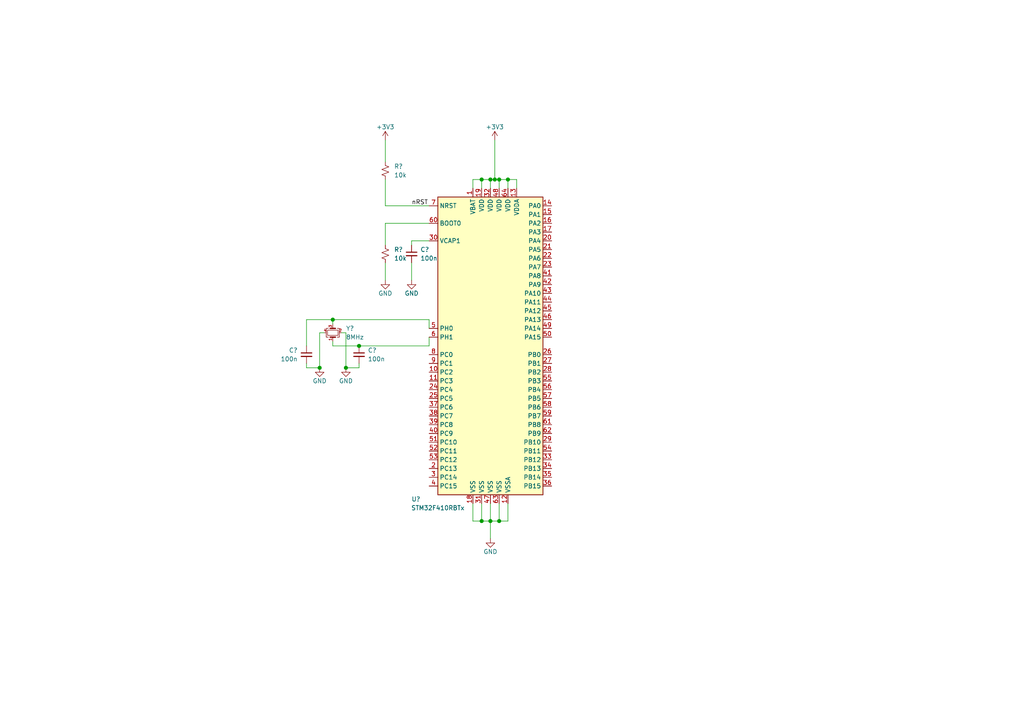
<source format=kicad_sch>
(kicad_sch (version 20210126) (generator eeschema)
  (paper "A4")
  (lib_symbols
    (symbol "Device:C_Small" (pin_numbers hide) (pin_names (offset 0.254) hide)
      (property "Reference" "C" (at 0.254 1.778 0))
      (property "Value" "C_Small" (at 0.254 -2.032 0))
      (symbol "C_Small_0_1"
        (polyline (pts (xy -1.524 -0.508) (xy 1.524 -0.508)) (stroke (width 0.3302)))
        (polyline (pts (xy -1.524 0.508) (xy 1.524 0.508)) (stroke (width 0.3048)))
      )
      (symbol "C_Small_1_1"
        (pin passive line (at 0 2.54 270) (length 2.032) (name "~") (number "1"))
        (pin passive line (at 0 -2.54 90) (length 2.032) (name "~") (number "2"))
      )
    )
    (symbol "Device:Crystal_GND24_Small" (pin_names (offset 1.016) hide)
      (property "Reference" "Y" (at 1.27 4.445 0))
      (property "Value" "Crystal_GND24_Small" (at 1.27 2.54 0))
      (symbol "Crystal_GND24_Small_0_1"
        (rectangle (start -0.762 -1.524) (end 0.762 1.524))
        (polyline (pts (xy -1.27 -0.762) (xy -1.27 0.762)) (stroke (width 0.381)))
        (polyline (pts (xy 1.27 -0.762) (xy 1.27 0.762)) (stroke (width 0.381)))
        (polyline (pts (xy -1.27 -1.27) (xy -1.27 -1.905) (xy 1.27 -1.905) (xy 1.27 -1.27)))
        (polyline (pts (xy -1.27 1.27) (xy -1.27 1.905) (xy 1.27 1.905) (xy 1.27 1.27)))
      )
      (symbol "Crystal_GND24_Small_1_1"
        (pin passive line (at -2.54 0 0) (length 1.27) (name "1") (number "1"))
        (pin passive line (at 0 -2.54 90) (length 0.635) (name "2") (number "2"))
        (pin passive line (at 2.54 0 180) (length 1.27) (name "3") (number "3"))
        (pin passive line (at 0 2.54 270) (length 0.635) (name "4") (number "4"))
      )
    )
    (symbol "Device:R_Small_US" (pin_numbers hide) (pin_names (offset 0.254) hide)
      (property "Reference" "R" (at 0.762 0.508 0))
      (property "Value" "R_Small_US" (at 0.762 -1.016 0))
      (symbol "R_Small_US_1_1"
        (polyline (pts (xy 0 0) (xy 1.016 -0.381) (xy 0 -0.762) (xy -1.016 -1.143) (xy 0 -1.524)))
        (polyline (pts (xy 0 1.524) (xy 1.016 1.143) (xy 0 0.762) (xy -1.016 0.381) (xy 0 0)))
        (pin passive line (at 0 2.54 270) (length 1.016) (name "~") (number "1"))
        (pin passive line (at 0 -2.54 90) (length 1.016) (name "~") (number "2"))
      )
    )
    (symbol "MCU_ST_STM32F4:STM32F410RBTx"
      (property "Reference" "U" (at -15.24 44.45 0))
      (property "Value" "STM32F410RBTx" (at 10.16 44.45 0))
      (symbol "STM32F410RBTx_0_1"
        (rectangle (start -15.24 -43.18) (end 15.24 43.18) (stroke (width 0.254)) (fill (type background)))
      )
      (symbol "STM32F410RBTx_1_1"
        (pin input line (at -17.78 35.56 0) (length 2.54) (name "BOOT0") (number "60"))
        (pin input line (at -17.78 40.64 0) (length 2.54) (name "NRST") (number "7"))
        (pin bidirectional line (at 17.78 40.64 180) (length 2.54) (name "PA0") (number "14"))
        (pin bidirectional line (at 17.78 38.1 180) (length 2.54) (name "PA1") (number "15"))
        (pin bidirectional line (at 17.78 15.24 180) (length 2.54) (name "PA10") (number "43"))
        (pin bidirectional line (at 17.78 12.7 180) (length 2.54) (name "PA11") (number "44"))
        (pin bidirectional line (at 17.78 10.16 180) (length 2.54) (name "PA12") (number "45"))
        (pin bidirectional line (at 17.78 7.62 180) (length 2.54) (name "PA13") (number "46"))
        (pin bidirectional line (at 17.78 5.08 180) (length 2.54) (name "PA14") (number "49"))
        (pin bidirectional line (at 17.78 2.54 180) (length 2.54) (name "PA15") (number "50"))
        (pin bidirectional line (at 17.78 35.56 180) (length 2.54) (name "PA2") (number "16"))
        (pin bidirectional line (at 17.78 33.02 180) (length 2.54) (name "PA3") (number "17"))
        (pin bidirectional line (at 17.78 30.48 180) (length 2.54) (name "PA4") (number "20"))
        (pin bidirectional line (at 17.78 27.94 180) (length 2.54) (name "PA5") (number "21"))
        (pin bidirectional line (at 17.78 25.4 180) (length 2.54) (name "PA6") (number "22"))
        (pin bidirectional line (at 17.78 22.86 180) (length 2.54) (name "PA7") (number "23"))
        (pin bidirectional line (at 17.78 20.32 180) (length 2.54) (name "PA8") (number "41"))
        (pin bidirectional line (at 17.78 17.78 180) (length 2.54) (name "PA9") (number "42"))
        (pin bidirectional line (at 17.78 -2.54 180) (length 2.54) (name "PB0") (number "26"))
        (pin bidirectional line (at 17.78 -5.08 180) (length 2.54) (name "PB1") (number "27"))
        (pin bidirectional line (at 17.78 -27.94 180) (length 2.54) (name "PB10") (number "29"))
        (pin bidirectional line (at 17.78 -30.48 180) (length 2.54) (name "PB11") (number "54"))
        (pin bidirectional line (at 17.78 -33.02 180) (length 2.54) (name "PB12") (number "33"))
        (pin bidirectional line (at 17.78 -35.56 180) (length 2.54) (name "PB13") (number "34"))
        (pin bidirectional line (at 17.78 -38.1 180) (length 2.54) (name "PB14") (number "35"))
        (pin bidirectional line (at 17.78 -40.64 180) (length 2.54) (name "PB15") (number "36"))
        (pin bidirectional line (at 17.78 -7.62 180) (length 2.54) (name "PB2") (number "28"))
        (pin bidirectional line (at 17.78 -10.16 180) (length 2.54) (name "PB3") (number "55"))
        (pin bidirectional line (at 17.78 -12.7 180) (length 2.54) (name "PB4") (number "56"))
        (pin bidirectional line (at 17.78 -15.24 180) (length 2.54) (name "PB5") (number "57"))
        (pin bidirectional line (at 17.78 -17.78 180) (length 2.54) (name "PB6") (number "58"))
        (pin bidirectional line (at 17.78 -20.32 180) (length 2.54) (name "PB7") (number "59"))
        (pin bidirectional line (at 17.78 -22.86 180) (length 2.54) (name "PB8") (number "61"))
        (pin bidirectional line (at 17.78 -25.4 180) (length 2.54) (name "PB9") (number "62"))
        (pin bidirectional line (at -17.78 -2.54 0) (length 2.54) (name "PC0") (number "8"))
        (pin bidirectional line (at -17.78 -5.08 0) (length 2.54) (name "PC1") (number "9"))
        (pin bidirectional line (at -17.78 -27.94 0) (length 2.54) (name "PC10") (number "51"))
        (pin bidirectional line (at -17.78 -30.48 0) (length 2.54) (name "PC11") (number "52"))
        (pin bidirectional line (at -17.78 -33.02 0) (length 2.54) (name "PC12") (number "53"))
        (pin bidirectional line (at -17.78 -35.56 0) (length 2.54) (name "PC13") (number "2"))
        (pin bidirectional line (at -17.78 -38.1 0) (length 2.54) (name "PC14") (number "3"))
        (pin bidirectional line (at -17.78 -40.64 0) (length 2.54) (name "PC15") (number "4"))
        (pin bidirectional line (at -17.78 -7.62 0) (length 2.54) (name "PC2") (number "10"))
        (pin bidirectional line (at -17.78 -10.16 0) (length 2.54) (name "PC3") (number "11"))
        (pin bidirectional line (at -17.78 -12.7 0) (length 2.54) (name "PC4") (number "24"))
        (pin bidirectional line (at -17.78 -15.24 0) (length 2.54) (name "PC5") (number "25"))
        (pin bidirectional line (at -17.78 -17.78 0) (length 2.54) (name "PC6") (number "37"))
        (pin bidirectional line (at -17.78 -20.32 0) (length 2.54) (name "PC7") (number "38"))
        (pin bidirectional line (at -17.78 -22.86 0) (length 2.54) (name "PC8") (number "39"))
        (pin bidirectional line (at -17.78 -25.4 0) (length 2.54) (name "PC9") (number "40"))
        (pin input line (at -17.78 5.08 0) (length 2.54) (name "PH0") (number "5"))
        (pin input line (at -17.78 2.54 0) (length 2.54) (name "PH1") (number "6"))
        (pin power_in line (at -5.08 45.72 270) (length 2.54) (name "VBAT") (number "1"))
        (pin power_in line (at -17.78 30.48 0) (length 2.54) (name "VCAP1") (number "30"))
        (pin power_in line (at -2.54 45.72 270) (length 2.54) (name "VDD") (number "19"))
        (pin power_in line (at 0 45.72 270) (length 2.54) (name "VDD") (number "32"))
        (pin power_in line (at 2.54 45.72 270) (length 2.54) (name "VDD") (number "48"))
        (pin power_in line (at 5.08 45.72 270) (length 2.54) (name "VDD") (number "64"))
        (pin power_in line (at 7.62 45.72 270) (length 2.54) (name "VDDA") (number "13"))
        (pin power_in line (at -5.08 -45.72 90) (length 2.54) (name "VSS") (number "18"))
        (pin power_in line (at -2.54 -45.72 90) (length 2.54) (name "VSS") (number "31"))
        (pin power_in line (at 0 -45.72 90) (length 2.54) (name "VSS") (number "47"))
        (pin power_in line (at 2.54 -45.72 90) (length 2.54) (name "VSS") (number "63"))
        (pin power_in line (at 5.08 -45.72 90) (length 2.54) (name "VSSA") (number "12"))
      )
    )
    (symbol "power:+3V3" (power) (pin_names (offset 0))
      (property "Value" "+3V3" (at 0 3.556 0))
      (symbol "+3V3_0_1"
        (polyline (pts (xy -0.762 1.27) (xy 0 2.54)))
        (polyline (pts (xy 0 0) (xy 0 2.54)))
        (polyline (pts (xy 0 2.54) (xy 0.762 1.27)))
      )
      (symbol "+3V3_1_1"
        (pin power_in line (at 0 0 90) (length 0) hide (name "+3V3") (number "1"))
      )
    )
    (symbol "power:GND" (power) (pin_names (offset 0))
      (property "Value" "GND" (at 0 -3.81 0))
      (symbol "GND_0_1"
        (polyline (pts (xy 0 0) (xy 0 -1.27) (xy 1.27 -1.27) (xy 0 -2.54) (xy -1.27 -1.27) (xy 0 -1.27)))
      )
      (symbol "GND_1_1"
        (pin power_in line (at 0 0 270) (length 0) hide (name "GND") (number "1"))
      )
    )
  )
  (junction (at 92.71 106.68) (diameter 1.016))
  (junction (at 96.52 92.71) (diameter 1.016))
  (junction (at 100.33 106.68) (diameter 1.016))
  (junction (at 104.14 100.33) (diameter 1.016))
  (junction (at 139.7 52.07) (diameter 1.016))
  (junction (at 139.7 151.13) (diameter 1.016))
  (junction (at 142.24 52.07) (diameter 1.016))
  (junction (at 142.24 151.13) (diameter 1.016))
  (junction (at 143.51 52.07) (diameter 1.016))
  (junction (at 144.78 52.07) (diameter 1.016))
  (junction (at 144.78 151.13) (diameter 1.016))
  (junction (at 147.32 52.07) (diameter 1.016))
  (wire (pts (xy 88.9 92.71) (xy 96.52 92.71)))
  (wire (pts (xy 88.9 100.33) (xy 88.9 92.71)))
  (wire (pts (xy 88.9 105.41) (xy 88.9 106.68)))
  (wire (pts (xy 88.9 106.68) (xy 92.71 106.68)))
  (wire (pts (xy 92.71 96.52) (xy 92.71 106.68)))
  (wire (pts (xy 93.98 96.52) (xy 92.71 96.52)))
  (wire (pts (xy 96.52 92.71) (xy 124.46 92.71)))
  (wire (pts (xy 96.52 93.98) (xy 96.52 92.71)))
  (wire (pts (xy 96.52 99.06) (xy 96.52 100.33)))
  (wire (pts (xy 96.52 100.33) (xy 104.14 100.33)))
  (wire (pts (xy 99.06 96.52) (xy 100.33 96.52)))
  (wire (pts (xy 100.33 96.52) (xy 100.33 106.68)))
  (wire (pts (xy 104.14 100.33) (xy 124.46 100.33)))
  (wire (pts (xy 104.14 105.41) (xy 104.14 106.68)))
  (wire (pts (xy 104.14 106.68) (xy 100.33 106.68)))
  (wire (pts (xy 111.76 40.64) (xy 111.76 46.99)))
  (wire (pts (xy 111.76 59.69) (xy 111.76 52.07)))
  (wire (pts (xy 111.76 59.69) (xy 124.46 59.69)))
  (wire (pts (xy 111.76 64.77) (xy 124.46 64.77)))
  (wire (pts (xy 111.76 71.12) (xy 111.76 64.77)))
  (wire (pts (xy 111.76 76.2) (xy 111.76 81.28)))
  (wire (pts (xy 119.38 69.85) (xy 124.46 69.85)))
  (wire (pts (xy 119.38 71.12) (xy 119.38 69.85)))
  (wire (pts (xy 119.38 76.2) (xy 119.38 81.28)))
  (wire (pts (xy 124.46 92.71) (xy 124.46 95.25)))
  (wire (pts (xy 124.46 100.33) (xy 124.46 97.79)))
  (wire (pts (xy 137.16 52.07) (xy 137.16 54.61)))
  (wire (pts (xy 137.16 146.05) (xy 137.16 151.13)))
  (wire (pts (xy 137.16 151.13) (xy 139.7 151.13)))
  (wire (pts (xy 139.7 52.07) (xy 137.16 52.07)))
  (wire (pts (xy 139.7 52.07) (xy 139.7 54.61)))
  (wire (pts (xy 139.7 146.05) (xy 139.7 151.13)))
  (wire (pts (xy 139.7 151.13) (xy 142.24 151.13)))
  (wire (pts (xy 142.24 52.07) (xy 139.7 52.07)))
  (wire (pts (xy 142.24 52.07) (xy 142.24 54.61)))
  (wire (pts (xy 142.24 146.05) (xy 142.24 151.13)))
  (wire (pts (xy 142.24 151.13) (xy 142.24 156.21)))
  (wire (pts (xy 142.24 151.13) (xy 144.78 151.13)))
  (wire (pts (xy 143.51 40.64) (xy 143.51 52.07)))
  (wire (pts (xy 143.51 52.07) (xy 142.24 52.07)))
  (wire (pts (xy 144.78 52.07) (xy 143.51 52.07)))
  (wire (pts (xy 144.78 54.61) (xy 144.78 52.07)))
  (wire (pts (xy 144.78 146.05) (xy 144.78 151.13)))
  (wire (pts (xy 144.78 151.13) (xy 147.32 151.13)))
  (wire (pts (xy 147.32 52.07) (xy 144.78 52.07)))
  (wire (pts (xy 147.32 54.61) (xy 147.32 52.07)))
  (wire (pts (xy 147.32 151.13) (xy 147.32 146.05)))
  (wire (pts (xy 149.86 52.07) (xy 147.32 52.07)))
  (wire (pts (xy 149.86 54.61) (xy 149.86 52.07)))
  (label "nRST" (at 119.38 59.69 0))
  (symbol (lib_id "power:+3V3") (at 111.76 40.64 0) (unit 1)
    (property "Reference" "#PWR?" (effects hide))
    (property "Value" "+3V3" (at 111.76 36.83 0))
  )
  (symbol (lib_id "power:+3V3") (at 143.51 40.64 0) (unit 1)
    (property "Reference" "#PWR?" (effects hide))
    (property "Value" "+3V3" (at 143.51 36.83 0))
  )
  (symbol (lib_id "power:GND") (at 92.71 106.68 0) (unit 1)
    (property "Reference" "#PWR?" (effects hide))
    (property "Value" "GND" (at 92.71 110.49 0))
  )
  (symbol (lib_id "power:GND") (at 100.33 106.68 0) (unit 1)
    (property "Reference" "#PWR?" (effects hide))
    (property "Value" "GND" (at 100.33 110.49 0))
  )
  (symbol (lib_id "power:GND") (at 111.76 81.28 0) (unit 1)
    (property "Reference" "#PWR?" (effects hide))
    (property "Value" "GND" (at 111.76 85.09 0))
  )
  (symbol (lib_id "power:GND") (at 119.38 81.28 0) (unit 1)
    (property "Reference" "#PWR?" (effects hide))
    (property "Value" "GND" (at 119.38 85.09 0))
  )
  (symbol (lib_id "power:GND") (at 142.24 156.21 0) (unit 1)
    (property "Reference" "#PWR?" (effects hide))
    (property "Value" "GND" (at 142.24 160.02 0))
  )
  (symbol (lib_id "Device:R_Small_US") (at 111.76 49.53 0) (unit 1)
    (property "Reference" "R?" (at 114.3 48.26 0) (effects (justify left)))
    (property "Value" "10k" (at 114.3 50.8 0) (effects (justify left)))
    (property "Footprint" "Resistor_SMD:R_0603_1608Metric_Pad1.05x0.95mm_HandSolder" (effects hide))
  )
  (symbol (lib_id "Device:R_Small_US") (at 111.76 73.66 0) (unit 1)
    (property "Reference" "R?" (at 114.3 72.39 0) (effects (justify left)))
    (property "Value" "10k" (at 114.3 74.93 0) (effects (justify left)))
    (property "Footprint" "Resistor_SMD:R_0603_1608Metric_Pad1.05x0.95mm_HandSolder" (effects hide))
  )
  (symbol (lib_id "Device:C_Small") (at 88.9 102.87 0) (mirror y) (unit 1)
    (property "Reference" "C?" (at 86.36 101.6 0) (effects (justify left)))
    (property "Value" "100n" (at 86.36 104.14 0) (effects (justify left)))
    (property "Footprint" "Capacitor_SMD:C_0603_1608Metric_Pad1.08x0.95mm_HandSolder" (effects hide))
  )
  (symbol (lib_id "Device:C_Small") (at 104.14 102.87 0) (unit 1)
    (property "Reference" "C?" (at 106.68 101.6 0) (effects (justify left)))
    (property "Value" "100n" (at 106.68 104.14 0) (effects (justify left)))
    (property "Footprint" "Capacitor_SMD:C_0603_1608Metric_Pad1.08x0.95mm_HandSolder" (effects hide))
  )
  (symbol (lib_id "Device:C_Small") (at 119.38 73.66 0) (unit 1)
    (property "Reference" "C?" (at 121.92 72.39 0) (effects (justify left)))
    (property "Value" "100n" (at 121.92 74.93 0) (effects (justify left)))
    (property "Footprint" "Capacitor_SMD:C_0603_1608Metric_Pad1.08x0.95mm_HandSolder" (effects hide))
  )
  (symbol (lib_id "Device:Crystal_GND24_Small") (at 96.52 96.52 90) (unit 1)
    (property "Reference" "Y?" (at 100.33 95.25 90) (effects (justify right)))
    (property "Value" "8MHz" (at 100.33 97.79 90) (effects (justify right)))
  )
  (symbol (lib_id "MCU_ST_STM32F4:STM32F410RBTx") (at 142.24 100.33 0) (unit 1)
    (property "Reference" "U?" (at 120.65 144.78 0))
    (property "Value" "STM32F410RBTx" (at 127 147.32 0))
    (property "Footprint" "Package_QFP:LQFP-64_10x10mm_P0.5mm" (effects hide))
    (property "Datasheet" "http://www.st.com/st-web-ui/static/active/en/resource/technical/document/datasheet/DM00214043.pdf" (effects hide))
  )
)
</source>
